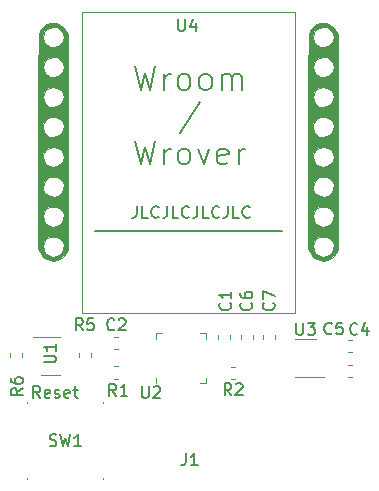
<source format=gbr>
%TF.GenerationSoftware,KiCad,Pcbnew,(5.1.6-0-10_14)*%
%TF.CreationDate,2020-08-20T18:16:30+02:00*%
%TF.ProjectId,USBCWrover,55534243-5772-46f7-9665-722e6b696361,rev?*%
%TF.SameCoordinates,Original*%
%TF.FileFunction,Legend,Top*%
%TF.FilePolarity,Positive*%
%FSLAX46Y46*%
G04 Gerber Fmt 4.6, Leading zero omitted, Abs format (unit mm)*
G04 Created by KiCad (PCBNEW (5.1.6-0-10_14)) date 2020-08-20 18:16:30*
%MOMM*%
%LPD*%
G01*
G04 APERTURE LIST*
%ADD10C,0.150000*%
%ADD11C,0.120000*%
%ADD12C,0.050000*%
%ADD13C,0.010000*%
G04 APERTURE END LIST*
D10*
X128428904Y-137231380D02*
X128095571Y-136755190D01*
X127857476Y-137231380D02*
X127857476Y-136231380D01*
X128238428Y-136231380D01*
X128333666Y-136279000D01*
X128381285Y-136326619D01*
X128428904Y-136421857D01*
X128428904Y-136564714D01*
X128381285Y-136659952D01*
X128333666Y-136707571D01*
X128238428Y-136755190D01*
X127857476Y-136755190D01*
X129238428Y-137183761D02*
X129143190Y-137231380D01*
X128952714Y-137231380D01*
X128857476Y-137183761D01*
X128809857Y-137088523D01*
X128809857Y-136707571D01*
X128857476Y-136612333D01*
X128952714Y-136564714D01*
X129143190Y-136564714D01*
X129238428Y-136612333D01*
X129286047Y-136707571D01*
X129286047Y-136802809D01*
X128809857Y-136898047D01*
X129667000Y-137183761D02*
X129762238Y-137231380D01*
X129952714Y-137231380D01*
X130047952Y-137183761D01*
X130095571Y-137088523D01*
X130095571Y-137040904D01*
X130047952Y-136945666D01*
X129952714Y-136898047D01*
X129809857Y-136898047D01*
X129714619Y-136850428D01*
X129667000Y-136755190D01*
X129667000Y-136707571D01*
X129714619Y-136612333D01*
X129809857Y-136564714D01*
X129952714Y-136564714D01*
X130047952Y-136612333D01*
X130905095Y-137183761D02*
X130809857Y-137231380D01*
X130619380Y-137231380D01*
X130524142Y-137183761D01*
X130476523Y-137088523D01*
X130476523Y-136707571D01*
X130524142Y-136612333D01*
X130619380Y-136564714D01*
X130809857Y-136564714D01*
X130905095Y-136612333D01*
X130952714Y-136707571D01*
X130952714Y-136802809D01*
X130476523Y-136898047D01*
X131238428Y-136564714D02*
X131619380Y-136564714D01*
X131381285Y-136231380D02*
X131381285Y-137088523D01*
X131428904Y-137183761D01*
X131524142Y-137231380D01*
X131619380Y-137231380D01*
X136477952Y-109165761D02*
X136954142Y-111165761D01*
X137335095Y-109737190D01*
X137716047Y-111165761D01*
X138192238Y-109165761D01*
X138954142Y-111165761D02*
X138954142Y-109832428D01*
X138954142Y-110213380D02*
X139049380Y-110022904D01*
X139144619Y-109927666D01*
X139335095Y-109832428D01*
X139525571Y-109832428D01*
X140477952Y-111165761D02*
X140287476Y-111070523D01*
X140192238Y-110975285D01*
X140097000Y-110784809D01*
X140097000Y-110213380D01*
X140192238Y-110022904D01*
X140287476Y-109927666D01*
X140477952Y-109832428D01*
X140763666Y-109832428D01*
X140954142Y-109927666D01*
X141049380Y-110022904D01*
X141144619Y-110213380D01*
X141144619Y-110784809D01*
X141049380Y-110975285D01*
X140954142Y-111070523D01*
X140763666Y-111165761D01*
X140477952Y-111165761D01*
X142287476Y-111165761D02*
X142097000Y-111070523D01*
X142001761Y-110975285D01*
X141906523Y-110784809D01*
X141906523Y-110213380D01*
X142001761Y-110022904D01*
X142097000Y-109927666D01*
X142287476Y-109832428D01*
X142573190Y-109832428D01*
X142763666Y-109927666D01*
X142858904Y-110022904D01*
X142954142Y-110213380D01*
X142954142Y-110784809D01*
X142858904Y-110975285D01*
X142763666Y-111070523D01*
X142573190Y-111165761D01*
X142287476Y-111165761D01*
X143811285Y-111165761D02*
X143811285Y-109832428D01*
X143811285Y-110022904D02*
X143906523Y-109927666D01*
X144097000Y-109832428D01*
X144382714Y-109832428D01*
X144573190Y-109927666D01*
X144668428Y-110118142D01*
X144668428Y-111165761D01*
X144668428Y-110118142D02*
X144763666Y-109927666D01*
X144954142Y-109832428D01*
X145239857Y-109832428D01*
X145430333Y-109927666D01*
X145525571Y-110118142D01*
X145525571Y-111165761D01*
X141954142Y-112220523D02*
X140239857Y-114791952D01*
X136477952Y-115465761D02*
X136954142Y-117465761D01*
X137335095Y-116037190D01*
X137716047Y-117465761D01*
X138192238Y-115465761D01*
X138954142Y-117465761D02*
X138954142Y-116132428D01*
X138954142Y-116513380D02*
X139049380Y-116322904D01*
X139144619Y-116227666D01*
X139335095Y-116132428D01*
X139525571Y-116132428D01*
X140477952Y-117465761D02*
X140287476Y-117370523D01*
X140192238Y-117275285D01*
X140097000Y-117084809D01*
X140097000Y-116513380D01*
X140192238Y-116322904D01*
X140287476Y-116227666D01*
X140477952Y-116132428D01*
X140763666Y-116132428D01*
X140954142Y-116227666D01*
X141049380Y-116322904D01*
X141144619Y-116513380D01*
X141144619Y-117084809D01*
X141049380Y-117275285D01*
X140954142Y-117370523D01*
X140763666Y-117465761D01*
X140477952Y-117465761D01*
X141811285Y-116132428D02*
X142287476Y-117465761D01*
X142763666Y-116132428D01*
X144287476Y-117370523D02*
X144097000Y-117465761D01*
X143716047Y-117465761D01*
X143525571Y-117370523D01*
X143430333Y-117180047D01*
X143430333Y-116418142D01*
X143525571Y-116227666D01*
X143716047Y-116132428D01*
X144097000Y-116132428D01*
X144287476Y-116227666D01*
X144382714Y-116418142D01*
X144382714Y-116608619D01*
X143430333Y-116799095D01*
X145239857Y-117465761D02*
X145239857Y-116132428D01*
X145239857Y-116513380D02*
X145335095Y-116322904D01*
X145430333Y-116227666D01*
X145620809Y-116132428D01*
X145811285Y-116132428D01*
X136604952Y-120991380D02*
X136604952Y-121705666D01*
X136557333Y-121848523D01*
X136462095Y-121943761D01*
X136319238Y-121991380D01*
X136224000Y-121991380D01*
X137557333Y-121991380D02*
X137081142Y-121991380D01*
X137081142Y-120991380D01*
X138462095Y-121896142D02*
X138414476Y-121943761D01*
X138271619Y-121991380D01*
X138176380Y-121991380D01*
X138033523Y-121943761D01*
X137938285Y-121848523D01*
X137890666Y-121753285D01*
X137843047Y-121562809D01*
X137843047Y-121419952D01*
X137890666Y-121229476D01*
X137938285Y-121134238D01*
X138033523Y-121039000D01*
X138176380Y-120991380D01*
X138271619Y-120991380D01*
X138414476Y-121039000D01*
X138462095Y-121086619D01*
X139176380Y-120991380D02*
X139176380Y-121705666D01*
X139128761Y-121848523D01*
X139033523Y-121943761D01*
X138890666Y-121991380D01*
X138795428Y-121991380D01*
X140128761Y-121991380D02*
X139652571Y-121991380D01*
X139652571Y-120991380D01*
X141033523Y-121896142D02*
X140985904Y-121943761D01*
X140843047Y-121991380D01*
X140747809Y-121991380D01*
X140604952Y-121943761D01*
X140509714Y-121848523D01*
X140462095Y-121753285D01*
X140414476Y-121562809D01*
X140414476Y-121419952D01*
X140462095Y-121229476D01*
X140509714Y-121134238D01*
X140604952Y-121039000D01*
X140747809Y-120991380D01*
X140843047Y-120991380D01*
X140985904Y-121039000D01*
X141033523Y-121086619D01*
X141747809Y-120991380D02*
X141747809Y-121705666D01*
X141700190Y-121848523D01*
X141604952Y-121943761D01*
X141462095Y-121991380D01*
X141366857Y-121991380D01*
X142700190Y-121991380D02*
X142224000Y-121991380D01*
X142224000Y-120991380D01*
X143604952Y-121896142D02*
X143557333Y-121943761D01*
X143414476Y-121991380D01*
X143319238Y-121991380D01*
X143176380Y-121943761D01*
X143081142Y-121848523D01*
X143033523Y-121753285D01*
X142985904Y-121562809D01*
X142985904Y-121419952D01*
X143033523Y-121229476D01*
X143081142Y-121134238D01*
X143176380Y-121039000D01*
X143319238Y-120991380D01*
X143414476Y-120991380D01*
X143557333Y-121039000D01*
X143604952Y-121086619D01*
X144319238Y-120991380D02*
X144319238Y-121705666D01*
X144271619Y-121848523D01*
X144176380Y-121943761D01*
X144033523Y-121991380D01*
X143938285Y-121991380D01*
X145271619Y-121991380D02*
X144795428Y-121991380D01*
X144795428Y-120991380D01*
X146176380Y-121896142D02*
X146128761Y-121943761D01*
X145985904Y-121991380D01*
X145890666Y-121991380D01*
X145747809Y-121943761D01*
X145652571Y-121848523D01*
X145604952Y-121753285D01*
X145557333Y-121562809D01*
X145557333Y-121419952D01*
X145604952Y-121229476D01*
X145652571Y-121134238D01*
X145747809Y-121039000D01*
X145890666Y-120991380D01*
X145985904Y-120991380D01*
X146128761Y-121039000D01*
X146176380Y-121086619D01*
X133096000Y-123126500D02*
X148907500Y-123126500D01*
D11*
%TO.C,SW1*%
X133786000Y-137613000D02*
X133786000Y-137643000D01*
X133786000Y-144073000D02*
X133786000Y-144043000D01*
X127326000Y-144073000D02*
X127326000Y-144043000D01*
X127326000Y-137643000D02*
X127326000Y-137613000D01*
D12*
%TO.C,U4*%
X149982400Y-130059600D02*
X131982400Y-130059600D01*
X149982400Y-104529600D02*
X149982400Y-130059600D01*
X131982400Y-104529600D02*
X149982400Y-104529600D01*
X131982400Y-130059600D02*
X131982400Y-104529600D01*
D13*
%TO.C,G\u002A\u002A\u002A*%
G36*
X129771348Y-105533416D02*
G01*
X130149769Y-105671667D01*
X130473009Y-105934395D01*
X130618107Y-106138480D01*
X130807214Y-106468333D01*
X130807214Y-124671667D01*
X130618107Y-125001519D01*
X130338225Y-125336417D01*
X129967190Y-125560588D01*
X129553201Y-125645249D01*
X129539999Y-125645333D01*
X129257962Y-125603311D01*
X128970513Y-125500884D01*
X128946012Y-125488353D01*
X128712454Y-125310353D01*
X128501770Y-125064955D01*
X128461892Y-125001519D01*
X128272785Y-124671667D01*
X128272740Y-124371742D01*
X128667334Y-124371742D01*
X128714171Y-124713682D01*
X128734421Y-124766413D01*
X128948233Y-125083467D01*
X129259829Y-125265671D01*
X129540000Y-125306667D01*
X129806178Y-125267292D01*
X130032863Y-125172201D01*
X130038104Y-125168601D01*
X130253487Y-124933009D01*
X130390829Y-124619175D01*
X130417437Y-124304844D01*
X130412925Y-124277294D01*
X130323240Y-124069399D01*
X130158956Y-123851598D01*
X130128773Y-123821270D01*
X129830207Y-123630973D01*
X129512986Y-123581048D01*
X129207600Y-123650829D01*
X128944537Y-123819649D01*
X128754285Y-124066842D01*
X128667334Y-124371742D01*
X128272740Y-124371742D01*
X128272351Y-121831742D01*
X128667334Y-121831742D01*
X128714171Y-122173682D01*
X128734421Y-122226413D01*
X128948233Y-122543467D01*
X129259829Y-122725671D01*
X129540000Y-122766667D01*
X129806178Y-122727292D01*
X130032863Y-122632201D01*
X130038104Y-122628601D01*
X130253487Y-122393009D01*
X130390829Y-122079175D01*
X130417437Y-121764844D01*
X130412925Y-121737294D01*
X130323240Y-121529399D01*
X130158956Y-121311598D01*
X130128773Y-121281270D01*
X129830207Y-121090973D01*
X129512986Y-121041048D01*
X129207600Y-121110829D01*
X128944537Y-121279649D01*
X128754285Y-121526842D01*
X128667334Y-121831742D01*
X128272351Y-121831742D01*
X128271976Y-119387549D01*
X128670242Y-119387549D01*
X128696492Y-119657161D01*
X128802260Y-119853201D01*
X128937123Y-119988208D01*
X129255166Y-120175032D01*
X129609515Y-120228365D01*
X129946391Y-120143303D01*
X130038104Y-120088601D01*
X130253487Y-119853009D01*
X130390829Y-119539175D01*
X130417437Y-119224844D01*
X130412925Y-119197294D01*
X130323240Y-118989399D01*
X130158956Y-118771598D01*
X130128773Y-118741270D01*
X129824739Y-118549329D01*
X129497253Y-118500082D01*
X129182202Y-118577628D01*
X128915475Y-118766064D01*
X128732958Y-119049488D01*
X128670242Y-119387549D01*
X128271976Y-119387549D01*
X128271585Y-116836490D01*
X128670242Y-116836490D01*
X128741078Y-117196175D01*
X128930549Y-117469348D01*
X129204101Y-117641657D01*
X129527181Y-117698748D01*
X129865233Y-117626267D01*
X130142876Y-117448208D01*
X130352751Y-117165240D01*
X130422706Y-116849105D01*
X130367403Y-116535751D01*
X130201508Y-116261128D01*
X129939685Y-116061187D01*
X129596597Y-115971875D01*
X129540000Y-115970242D01*
X129170126Y-116045185D01*
X128884406Y-116251604D01*
X128710567Y-116561885D01*
X128670242Y-116836490D01*
X128271585Y-116836490D01*
X128271392Y-115582795D01*
X128271355Y-114368985D01*
X128661731Y-114368985D01*
X128767759Y-114709070D01*
X128905117Y-114892789D01*
X129221106Y-115124045D01*
X129557283Y-115189686D01*
X129898661Y-115089740D01*
X130165378Y-114890632D01*
X130368528Y-114589482D01*
X130421151Y-114249957D01*
X130323071Y-113911588D01*
X130170705Y-113702850D01*
X129977213Y-113537896D01*
X129767198Y-113466098D01*
X129540000Y-113453333D01*
X129259439Y-113475921D01*
X129060541Y-113565896D01*
X128909294Y-113702850D01*
X128708956Y-114020438D01*
X128661731Y-114368985D01*
X128271355Y-114368985D01*
X128271347Y-114134815D01*
X128271775Y-112846571D01*
X128272770Y-111756650D01*
X128659597Y-111756650D01*
X128725104Y-112082782D01*
X128905117Y-112352789D01*
X129221106Y-112584045D01*
X129557283Y-112649686D01*
X129898661Y-112549740D01*
X130165378Y-112350632D01*
X130364930Y-112059240D01*
X130422370Y-111741272D01*
X130353137Y-111432214D01*
X130172669Y-111167549D01*
X129896407Y-110982761D01*
X129539999Y-110913333D01*
X129179916Y-110983828D01*
X128902694Y-111171597D01*
X128724024Y-111441063D01*
X128659597Y-111756650D01*
X128272770Y-111756650D01*
X128272814Y-111708464D01*
X128274605Y-110710898D01*
X128277285Y-109844276D01*
X128280363Y-109225815D01*
X128662175Y-109225815D01*
X128730411Y-109552305D01*
X128905117Y-109812789D01*
X129222167Y-110043017D01*
X129562166Y-110108858D01*
X129905998Y-110009949D01*
X130145457Y-109836278D01*
X130363421Y-109535427D01*
X130417123Y-109195490D01*
X130345578Y-108913587D01*
X130132474Y-108596979D01*
X129819875Y-108415809D01*
X129522496Y-108373333D01*
X129168931Y-108444977D01*
X128897187Y-108635423D01*
X128723018Y-108907945D01*
X128662175Y-109225815D01*
X128280363Y-109225815D01*
X128280995Y-109098999D01*
X128285873Y-108465471D01*
X128292059Y-107934094D01*
X128299692Y-107495270D01*
X128308911Y-107139402D01*
X128319855Y-106856893D01*
X128326850Y-106737433D01*
X128660619Y-106737433D01*
X128752837Y-107070212D01*
X128934542Y-107298952D01*
X129264340Y-107515862D01*
X129606154Y-107565335D01*
X129946918Y-107447401D01*
X130145457Y-107296278D01*
X130363421Y-106995427D01*
X130417123Y-106655490D01*
X130345578Y-106373587D01*
X130131766Y-106056533D01*
X129820170Y-105874328D01*
X129539999Y-105833333D01*
X129168046Y-105909117D01*
X128880822Y-106128506D01*
X128734421Y-106373587D01*
X128660619Y-106737433D01*
X128326850Y-106737433D01*
X128332664Y-106638145D01*
X128347478Y-106473561D01*
X128364434Y-106353544D01*
X128383672Y-106268495D01*
X128405332Y-106208818D01*
X128407438Y-106204295D01*
X128655790Y-105855081D01*
X128989278Y-105626168D01*
X129372824Y-105518598D01*
X129771348Y-105533416D01*
G37*
X129771348Y-105533416D02*
X130149769Y-105671667D01*
X130473009Y-105934395D01*
X130618107Y-106138480D01*
X130807214Y-106468333D01*
X130807214Y-124671667D01*
X130618107Y-125001519D01*
X130338225Y-125336417D01*
X129967190Y-125560588D01*
X129553201Y-125645249D01*
X129539999Y-125645333D01*
X129257962Y-125603311D01*
X128970513Y-125500884D01*
X128946012Y-125488353D01*
X128712454Y-125310353D01*
X128501770Y-125064955D01*
X128461892Y-125001519D01*
X128272785Y-124671667D01*
X128272740Y-124371742D01*
X128667334Y-124371742D01*
X128714171Y-124713682D01*
X128734421Y-124766413D01*
X128948233Y-125083467D01*
X129259829Y-125265671D01*
X129540000Y-125306667D01*
X129806178Y-125267292D01*
X130032863Y-125172201D01*
X130038104Y-125168601D01*
X130253487Y-124933009D01*
X130390829Y-124619175D01*
X130417437Y-124304844D01*
X130412925Y-124277294D01*
X130323240Y-124069399D01*
X130158956Y-123851598D01*
X130128773Y-123821270D01*
X129830207Y-123630973D01*
X129512986Y-123581048D01*
X129207600Y-123650829D01*
X128944537Y-123819649D01*
X128754285Y-124066842D01*
X128667334Y-124371742D01*
X128272740Y-124371742D01*
X128272351Y-121831742D01*
X128667334Y-121831742D01*
X128714171Y-122173682D01*
X128734421Y-122226413D01*
X128948233Y-122543467D01*
X129259829Y-122725671D01*
X129540000Y-122766667D01*
X129806178Y-122727292D01*
X130032863Y-122632201D01*
X130038104Y-122628601D01*
X130253487Y-122393009D01*
X130390829Y-122079175D01*
X130417437Y-121764844D01*
X130412925Y-121737294D01*
X130323240Y-121529399D01*
X130158956Y-121311598D01*
X130128773Y-121281270D01*
X129830207Y-121090973D01*
X129512986Y-121041048D01*
X129207600Y-121110829D01*
X128944537Y-121279649D01*
X128754285Y-121526842D01*
X128667334Y-121831742D01*
X128272351Y-121831742D01*
X128271976Y-119387549D01*
X128670242Y-119387549D01*
X128696492Y-119657161D01*
X128802260Y-119853201D01*
X128937123Y-119988208D01*
X129255166Y-120175032D01*
X129609515Y-120228365D01*
X129946391Y-120143303D01*
X130038104Y-120088601D01*
X130253487Y-119853009D01*
X130390829Y-119539175D01*
X130417437Y-119224844D01*
X130412925Y-119197294D01*
X130323240Y-118989399D01*
X130158956Y-118771598D01*
X130128773Y-118741270D01*
X129824739Y-118549329D01*
X129497253Y-118500082D01*
X129182202Y-118577628D01*
X128915475Y-118766064D01*
X128732958Y-119049488D01*
X128670242Y-119387549D01*
X128271976Y-119387549D01*
X128271585Y-116836490D01*
X128670242Y-116836490D01*
X128741078Y-117196175D01*
X128930549Y-117469348D01*
X129204101Y-117641657D01*
X129527181Y-117698748D01*
X129865233Y-117626267D01*
X130142876Y-117448208D01*
X130352751Y-117165240D01*
X130422706Y-116849105D01*
X130367403Y-116535751D01*
X130201508Y-116261128D01*
X129939685Y-116061187D01*
X129596597Y-115971875D01*
X129540000Y-115970242D01*
X129170126Y-116045185D01*
X128884406Y-116251604D01*
X128710567Y-116561885D01*
X128670242Y-116836490D01*
X128271585Y-116836490D01*
X128271392Y-115582795D01*
X128271355Y-114368985D01*
X128661731Y-114368985D01*
X128767759Y-114709070D01*
X128905117Y-114892789D01*
X129221106Y-115124045D01*
X129557283Y-115189686D01*
X129898661Y-115089740D01*
X130165378Y-114890632D01*
X130368528Y-114589482D01*
X130421151Y-114249957D01*
X130323071Y-113911588D01*
X130170705Y-113702850D01*
X129977213Y-113537896D01*
X129767198Y-113466098D01*
X129540000Y-113453333D01*
X129259439Y-113475921D01*
X129060541Y-113565896D01*
X128909294Y-113702850D01*
X128708956Y-114020438D01*
X128661731Y-114368985D01*
X128271355Y-114368985D01*
X128271347Y-114134815D01*
X128271775Y-112846571D01*
X128272770Y-111756650D01*
X128659597Y-111756650D01*
X128725104Y-112082782D01*
X128905117Y-112352789D01*
X129221106Y-112584045D01*
X129557283Y-112649686D01*
X129898661Y-112549740D01*
X130165378Y-112350632D01*
X130364930Y-112059240D01*
X130422370Y-111741272D01*
X130353137Y-111432214D01*
X130172669Y-111167549D01*
X129896407Y-110982761D01*
X129539999Y-110913333D01*
X129179916Y-110983828D01*
X128902694Y-111171597D01*
X128724024Y-111441063D01*
X128659597Y-111756650D01*
X128272770Y-111756650D01*
X128272814Y-111708464D01*
X128274605Y-110710898D01*
X128277285Y-109844276D01*
X128280363Y-109225815D01*
X128662175Y-109225815D01*
X128730411Y-109552305D01*
X128905117Y-109812789D01*
X129222167Y-110043017D01*
X129562166Y-110108858D01*
X129905998Y-110009949D01*
X130145457Y-109836278D01*
X130363421Y-109535427D01*
X130417123Y-109195490D01*
X130345578Y-108913587D01*
X130132474Y-108596979D01*
X129819875Y-108415809D01*
X129522496Y-108373333D01*
X129168931Y-108444977D01*
X128897187Y-108635423D01*
X128723018Y-108907945D01*
X128662175Y-109225815D01*
X128280363Y-109225815D01*
X128280995Y-109098999D01*
X128285873Y-108465471D01*
X128292059Y-107934094D01*
X128299692Y-107495270D01*
X128308911Y-107139402D01*
X128319855Y-106856893D01*
X128326850Y-106737433D01*
X128660619Y-106737433D01*
X128752837Y-107070212D01*
X128934542Y-107298952D01*
X129264340Y-107515862D01*
X129606154Y-107565335D01*
X129946918Y-107447401D01*
X130145457Y-107296278D01*
X130363421Y-106995427D01*
X130417123Y-106655490D01*
X130345578Y-106373587D01*
X130131766Y-106056533D01*
X129820170Y-105874328D01*
X129539999Y-105833333D01*
X129168046Y-105909117D01*
X128880822Y-106128506D01*
X128734421Y-106373587D01*
X128660619Y-106737433D01*
X128326850Y-106737433D01*
X128332664Y-106638145D01*
X128347478Y-106473561D01*
X128364434Y-106353544D01*
X128383672Y-106268495D01*
X128405332Y-106208818D01*
X128407438Y-106204295D01*
X128655790Y-105855081D01*
X128989278Y-105626168D01*
X129372824Y-105518598D01*
X129771348Y-105533416D01*
G36*
X152631348Y-105533416D02*
G01*
X153009769Y-105671667D01*
X153333009Y-105934395D01*
X153478107Y-106138480D01*
X153667214Y-106468333D01*
X153667214Y-124671667D01*
X153478107Y-125001519D01*
X153198225Y-125336417D01*
X152827190Y-125560588D01*
X152413201Y-125645249D01*
X152399999Y-125645333D01*
X152117962Y-125603311D01*
X151830513Y-125500884D01*
X151806012Y-125488353D01*
X151572454Y-125310353D01*
X151361770Y-125064955D01*
X151321892Y-125001519D01*
X151132785Y-124671667D01*
X151132740Y-124371742D01*
X151527334Y-124371742D01*
X151574171Y-124713682D01*
X151594421Y-124766413D01*
X151808233Y-125083467D01*
X152119829Y-125265671D01*
X152400000Y-125306667D01*
X152666178Y-125267292D01*
X152892863Y-125172201D01*
X152898104Y-125168601D01*
X153113487Y-124933009D01*
X153250829Y-124619175D01*
X153277437Y-124304844D01*
X153272925Y-124277294D01*
X153183240Y-124069399D01*
X153018956Y-123851598D01*
X152988773Y-123821270D01*
X152690207Y-123630973D01*
X152372986Y-123581048D01*
X152067600Y-123650829D01*
X151804537Y-123819649D01*
X151614285Y-124066842D01*
X151527334Y-124371742D01*
X151132740Y-124371742D01*
X151132351Y-121831742D01*
X151527334Y-121831742D01*
X151574171Y-122173682D01*
X151594421Y-122226413D01*
X151808233Y-122543467D01*
X152119829Y-122725671D01*
X152400000Y-122766667D01*
X152666178Y-122727292D01*
X152892863Y-122632201D01*
X152898104Y-122628601D01*
X153113487Y-122393009D01*
X153250829Y-122079175D01*
X153277437Y-121764844D01*
X153272925Y-121737294D01*
X153183240Y-121529399D01*
X153018956Y-121311598D01*
X152988773Y-121281270D01*
X152690207Y-121090973D01*
X152372986Y-121041048D01*
X152067600Y-121110829D01*
X151804537Y-121279649D01*
X151614285Y-121526842D01*
X151527334Y-121831742D01*
X151132351Y-121831742D01*
X151131976Y-119387549D01*
X151530242Y-119387549D01*
X151556492Y-119657161D01*
X151662260Y-119853201D01*
X151797123Y-119988208D01*
X152115166Y-120175032D01*
X152469515Y-120228365D01*
X152806391Y-120143303D01*
X152898104Y-120088601D01*
X153113487Y-119853009D01*
X153250829Y-119539175D01*
X153277437Y-119224844D01*
X153272925Y-119197294D01*
X153183240Y-118989399D01*
X153018956Y-118771598D01*
X152988773Y-118741270D01*
X152684739Y-118549329D01*
X152357253Y-118500082D01*
X152042202Y-118577628D01*
X151775475Y-118766064D01*
X151592958Y-119049488D01*
X151530242Y-119387549D01*
X151131976Y-119387549D01*
X151131585Y-116836490D01*
X151530242Y-116836490D01*
X151601078Y-117196175D01*
X151790549Y-117469348D01*
X152064101Y-117641657D01*
X152387181Y-117698748D01*
X152725233Y-117626267D01*
X153002876Y-117448208D01*
X153212751Y-117165240D01*
X153282706Y-116849105D01*
X153227403Y-116535751D01*
X153061508Y-116261128D01*
X152799685Y-116061187D01*
X152456597Y-115971875D01*
X152400000Y-115970242D01*
X152030126Y-116045185D01*
X151744406Y-116251604D01*
X151570567Y-116561885D01*
X151530242Y-116836490D01*
X151131585Y-116836490D01*
X151131392Y-115582795D01*
X151131355Y-114368985D01*
X151521731Y-114368985D01*
X151627759Y-114709070D01*
X151765117Y-114892789D01*
X152081106Y-115124045D01*
X152417283Y-115189686D01*
X152758661Y-115089740D01*
X153025378Y-114890632D01*
X153228528Y-114589482D01*
X153281151Y-114249957D01*
X153183071Y-113911588D01*
X153030705Y-113702850D01*
X152837213Y-113537896D01*
X152627198Y-113466098D01*
X152400000Y-113453333D01*
X152119439Y-113475921D01*
X151920541Y-113565896D01*
X151769294Y-113702850D01*
X151568956Y-114020438D01*
X151521731Y-114368985D01*
X151131355Y-114368985D01*
X151131347Y-114134815D01*
X151131775Y-112846571D01*
X151132770Y-111756650D01*
X151519597Y-111756650D01*
X151585104Y-112082782D01*
X151765117Y-112352789D01*
X152081106Y-112584045D01*
X152417283Y-112649686D01*
X152758661Y-112549740D01*
X153025378Y-112350632D01*
X153224930Y-112059240D01*
X153282370Y-111741272D01*
X153213137Y-111432214D01*
X153032669Y-111167549D01*
X152756407Y-110982761D01*
X152399999Y-110913333D01*
X152039916Y-110983828D01*
X151762694Y-111171597D01*
X151584024Y-111441063D01*
X151519597Y-111756650D01*
X151132770Y-111756650D01*
X151132814Y-111708464D01*
X151134605Y-110710898D01*
X151137285Y-109844276D01*
X151140363Y-109225815D01*
X151522175Y-109225815D01*
X151590411Y-109552305D01*
X151765117Y-109812789D01*
X152082167Y-110043017D01*
X152422166Y-110108858D01*
X152765998Y-110009949D01*
X153005457Y-109836278D01*
X153223421Y-109535427D01*
X153277123Y-109195490D01*
X153205578Y-108913587D01*
X152992474Y-108596979D01*
X152679875Y-108415809D01*
X152382496Y-108373333D01*
X152028931Y-108444977D01*
X151757187Y-108635423D01*
X151583018Y-108907945D01*
X151522175Y-109225815D01*
X151140363Y-109225815D01*
X151140995Y-109098999D01*
X151145873Y-108465471D01*
X151152059Y-107934094D01*
X151159692Y-107495270D01*
X151168911Y-107139402D01*
X151179855Y-106856893D01*
X151186850Y-106737433D01*
X151520619Y-106737433D01*
X151612837Y-107070212D01*
X151794542Y-107298952D01*
X152124340Y-107515862D01*
X152466154Y-107565335D01*
X152806918Y-107447401D01*
X153005457Y-107296278D01*
X153223421Y-106995427D01*
X153277123Y-106655490D01*
X153205578Y-106373587D01*
X152991766Y-106056533D01*
X152680170Y-105874328D01*
X152399999Y-105833333D01*
X152028046Y-105909117D01*
X151740822Y-106128506D01*
X151594421Y-106373587D01*
X151520619Y-106737433D01*
X151186850Y-106737433D01*
X151192664Y-106638145D01*
X151207478Y-106473561D01*
X151224434Y-106353544D01*
X151243672Y-106268495D01*
X151265332Y-106208818D01*
X151267438Y-106204295D01*
X151515790Y-105855081D01*
X151849278Y-105626168D01*
X152232824Y-105518598D01*
X152631348Y-105533416D01*
G37*
X152631348Y-105533416D02*
X153009769Y-105671667D01*
X153333009Y-105934395D01*
X153478107Y-106138480D01*
X153667214Y-106468333D01*
X153667214Y-124671667D01*
X153478107Y-125001519D01*
X153198225Y-125336417D01*
X152827190Y-125560588D01*
X152413201Y-125645249D01*
X152399999Y-125645333D01*
X152117962Y-125603311D01*
X151830513Y-125500884D01*
X151806012Y-125488353D01*
X151572454Y-125310353D01*
X151361770Y-125064955D01*
X151321892Y-125001519D01*
X151132785Y-124671667D01*
X151132740Y-124371742D01*
X151527334Y-124371742D01*
X151574171Y-124713682D01*
X151594421Y-124766413D01*
X151808233Y-125083467D01*
X152119829Y-125265671D01*
X152400000Y-125306667D01*
X152666178Y-125267292D01*
X152892863Y-125172201D01*
X152898104Y-125168601D01*
X153113487Y-124933009D01*
X153250829Y-124619175D01*
X153277437Y-124304844D01*
X153272925Y-124277294D01*
X153183240Y-124069399D01*
X153018956Y-123851598D01*
X152988773Y-123821270D01*
X152690207Y-123630973D01*
X152372986Y-123581048D01*
X152067600Y-123650829D01*
X151804537Y-123819649D01*
X151614285Y-124066842D01*
X151527334Y-124371742D01*
X151132740Y-124371742D01*
X151132351Y-121831742D01*
X151527334Y-121831742D01*
X151574171Y-122173682D01*
X151594421Y-122226413D01*
X151808233Y-122543467D01*
X152119829Y-122725671D01*
X152400000Y-122766667D01*
X152666178Y-122727292D01*
X152892863Y-122632201D01*
X152898104Y-122628601D01*
X153113487Y-122393009D01*
X153250829Y-122079175D01*
X153277437Y-121764844D01*
X153272925Y-121737294D01*
X153183240Y-121529399D01*
X153018956Y-121311598D01*
X152988773Y-121281270D01*
X152690207Y-121090973D01*
X152372986Y-121041048D01*
X152067600Y-121110829D01*
X151804537Y-121279649D01*
X151614285Y-121526842D01*
X151527334Y-121831742D01*
X151132351Y-121831742D01*
X151131976Y-119387549D01*
X151530242Y-119387549D01*
X151556492Y-119657161D01*
X151662260Y-119853201D01*
X151797123Y-119988208D01*
X152115166Y-120175032D01*
X152469515Y-120228365D01*
X152806391Y-120143303D01*
X152898104Y-120088601D01*
X153113487Y-119853009D01*
X153250829Y-119539175D01*
X153277437Y-119224844D01*
X153272925Y-119197294D01*
X153183240Y-118989399D01*
X153018956Y-118771598D01*
X152988773Y-118741270D01*
X152684739Y-118549329D01*
X152357253Y-118500082D01*
X152042202Y-118577628D01*
X151775475Y-118766064D01*
X151592958Y-119049488D01*
X151530242Y-119387549D01*
X151131976Y-119387549D01*
X151131585Y-116836490D01*
X151530242Y-116836490D01*
X151601078Y-117196175D01*
X151790549Y-117469348D01*
X152064101Y-117641657D01*
X152387181Y-117698748D01*
X152725233Y-117626267D01*
X153002876Y-117448208D01*
X153212751Y-117165240D01*
X153282706Y-116849105D01*
X153227403Y-116535751D01*
X153061508Y-116261128D01*
X152799685Y-116061187D01*
X152456597Y-115971875D01*
X152400000Y-115970242D01*
X152030126Y-116045185D01*
X151744406Y-116251604D01*
X151570567Y-116561885D01*
X151530242Y-116836490D01*
X151131585Y-116836490D01*
X151131392Y-115582795D01*
X151131355Y-114368985D01*
X151521731Y-114368985D01*
X151627759Y-114709070D01*
X151765117Y-114892789D01*
X152081106Y-115124045D01*
X152417283Y-115189686D01*
X152758661Y-115089740D01*
X153025378Y-114890632D01*
X153228528Y-114589482D01*
X153281151Y-114249957D01*
X153183071Y-113911588D01*
X153030705Y-113702850D01*
X152837213Y-113537896D01*
X152627198Y-113466098D01*
X152400000Y-113453333D01*
X152119439Y-113475921D01*
X151920541Y-113565896D01*
X151769294Y-113702850D01*
X151568956Y-114020438D01*
X151521731Y-114368985D01*
X151131355Y-114368985D01*
X151131347Y-114134815D01*
X151131775Y-112846571D01*
X151132770Y-111756650D01*
X151519597Y-111756650D01*
X151585104Y-112082782D01*
X151765117Y-112352789D01*
X152081106Y-112584045D01*
X152417283Y-112649686D01*
X152758661Y-112549740D01*
X153025378Y-112350632D01*
X153224930Y-112059240D01*
X153282370Y-111741272D01*
X153213137Y-111432214D01*
X153032669Y-111167549D01*
X152756407Y-110982761D01*
X152399999Y-110913333D01*
X152039916Y-110983828D01*
X151762694Y-111171597D01*
X151584024Y-111441063D01*
X151519597Y-111756650D01*
X151132770Y-111756650D01*
X151132814Y-111708464D01*
X151134605Y-110710898D01*
X151137285Y-109844276D01*
X151140363Y-109225815D01*
X151522175Y-109225815D01*
X151590411Y-109552305D01*
X151765117Y-109812789D01*
X152082167Y-110043017D01*
X152422166Y-110108858D01*
X152765998Y-110009949D01*
X153005457Y-109836278D01*
X153223421Y-109535427D01*
X153277123Y-109195490D01*
X153205578Y-108913587D01*
X152992474Y-108596979D01*
X152679875Y-108415809D01*
X152382496Y-108373333D01*
X152028931Y-108444977D01*
X151757187Y-108635423D01*
X151583018Y-108907945D01*
X151522175Y-109225815D01*
X151140363Y-109225815D01*
X151140995Y-109098999D01*
X151145873Y-108465471D01*
X151152059Y-107934094D01*
X151159692Y-107495270D01*
X151168911Y-107139402D01*
X151179855Y-106856893D01*
X151186850Y-106737433D01*
X151520619Y-106737433D01*
X151612837Y-107070212D01*
X151794542Y-107298952D01*
X152124340Y-107515862D01*
X152466154Y-107565335D01*
X152806918Y-107447401D01*
X153005457Y-107296278D01*
X153223421Y-106995427D01*
X153277123Y-106655490D01*
X153205578Y-106373587D01*
X152991766Y-106056533D01*
X152680170Y-105874328D01*
X152399999Y-105833333D01*
X152028046Y-105909117D01*
X151740822Y-106128506D01*
X151594421Y-106373587D01*
X151520619Y-106737433D01*
X151186850Y-106737433D01*
X151192664Y-106638145D01*
X151207478Y-106473561D01*
X151224434Y-106353544D01*
X151243672Y-106268495D01*
X151265332Y-106208818D01*
X151267438Y-106204295D01*
X151515790Y-105855081D01*
X151849278Y-105626168D01*
X152232824Y-105518598D01*
X152631348Y-105533416D01*
D11*
%TO.C,U3*%
X151776000Y-132248000D02*
X149976000Y-132248000D01*
X149976000Y-135468000D02*
X152426000Y-135468000D01*
%TO.C,R2*%
X144942779Y-135638000D02*
X144617221Y-135638000D01*
X144942779Y-134618000D02*
X144617221Y-134618000D01*
%TO.C,U1*%
X128503000Y-135265000D02*
X130103000Y-135265000D01*
X130103000Y-132065000D02*
X127803000Y-132065000D01*
%TO.C,U2*%
X138229000Y-132255500D02*
X138229000Y-131780500D01*
X138229000Y-131780500D02*
X138704000Y-131780500D01*
X142449000Y-135525500D02*
X142449000Y-136000500D01*
X142449000Y-136000500D02*
X141974000Y-136000500D01*
X142449000Y-132255500D02*
X142449000Y-131780500D01*
X142449000Y-131780500D02*
X141974000Y-131780500D01*
X138229000Y-135525500D02*
X138229000Y-136000500D01*
%TO.C,R6*%
X125855000Y-133766779D02*
X125855000Y-133441221D01*
X126875000Y-133766779D02*
X126875000Y-133441221D01*
%TO.C,R5*%
X131697000Y-133766779D02*
X131697000Y-133441221D01*
X132717000Y-133766779D02*
X132717000Y-133441221D01*
%TO.C,R1*%
X134711221Y-134583000D02*
X135036779Y-134583000D01*
X134711221Y-135603000D02*
X135036779Y-135603000D01*
%TO.C,C2*%
X135036779Y-133098000D02*
X134711221Y-133098000D01*
X135036779Y-132078000D02*
X134711221Y-132078000D01*
%TO.C,C1*%
X144528000Y-132242779D02*
X144528000Y-131917221D01*
X143508000Y-132242779D02*
X143508000Y-131917221D01*
%TO.C,C7*%
X147318000Y-132242779D02*
X147318000Y-131917221D01*
X148338000Y-132242779D02*
X148338000Y-131917221D01*
%TO.C,C6*%
X145413000Y-132242779D02*
X145413000Y-131917221D01*
X146433000Y-132242779D02*
X146433000Y-131917221D01*
%TO.C,C5*%
X154497721Y-132332000D02*
X154823279Y-132332000D01*
X154497721Y-133352000D02*
X154823279Y-133352000D01*
%TO.C,C4*%
X154523221Y-134491000D02*
X154848779Y-134491000D01*
X154523221Y-135511000D02*
X154848779Y-135511000D01*
%TO.C,SW1*%
D10*
X129222666Y-141273161D02*
X129365523Y-141320780D01*
X129603619Y-141320780D01*
X129698857Y-141273161D01*
X129746476Y-141225542D01*
X129794095Y-141130304D01*
X129794095Y-141035066D01*
X129746476Y-140939828D01*
X129698857Y-140892209D01*
X129603619Y-140844590D01*
X129413142Y-140796971D01*
X129317904Y-140749352D01*
X129270285Y-140701733D01*
X129222666Y-140606495D01*
X129222666Y-140511257D01*
X129270285Y-140416019D01*
X129317904Y-140368400D01*
X129413142Y-140320780D01*
X129651238Y-140320780D01*
X129794095Y-140368400D01*
X130127428Y-140320780D02*
X130365523Y-141320780D01*
X130556000Y-140606495D01*
X130746476Y-141320780D01*
X130984571Y-140320780D01*
X131889333Y-141320780D02*
X131317904Y-141320780D01*
X131603619Y-141320780D02*
X131603619Y-140320780D01*
X131508380Y-140463638D01*
X131413142Y-140558876D01*
X131317904Y-140606495D01*
%TO.C,J1*%
X140763666Y-141946380D02*
X140763666Y-142660666D01*
X140716047Y-142803523D01*
X140620809Y-142898761D01*
X140477952Y-142946380D01*
X140382714Y-142946380D01*
X141763666Y-142946380D02*
X141192238Y-142946380D01*
X141477952Y-142946380D02*
X141477952Y-141946380D01*
X141382714Y-142089238D01*
X141287476Y-142184476D01*
X141192238Y-142232095D01*
%TO.C,U4*%
X140120495Y-105181980D02*
X140120495Y-105991504D01*
X140168114Y-106086742D01*
X140215733Y-106134361D01*
X140310971Y-106181980D01*
X140501447Y-106181980D01*
X140596685Y-106134361D01*
X140644304Y-106086742D01*
X140691923Y-105991504D01*
X140691923Y-105181980D01*
X141596685Y-105515314D02*
X141596685Y-106181980D01*
X141358590Y-105134361D02*
X141120495Y-105848647D01*
X141739542Y-105848647D01*
%TO.C,U3*%
X150114095Y-130897380D02*
X150114095Y-131706904D01*
X150161714Y-131802142D01*
X150209333Y-131849761D01*
X150304571Y-131897380D01*
X150495047Y-131897380D01*
X150590285Y-131849761D01*
X150637904Y-131802142D01*
X150685523Y-131706904D01*
X150685523Y-130897380D01*
X151066476Y-130897380D02*
X151685523Y-130897380D01*
X151352190Y-131278333D01*
X151495047Y-131278333D01*
X151590285Y-131325952D01*
X151637904Y-131373571D01*
X151685523Y-131468809D01*
X151685523Y-131706904D01*
X151637904Y-131802142D01*
X151590285Y-131849761D01*
X151495047Y-131897380D01*
X151209333Y-131897380D01*
X151114095Y-131849761D01*
X151066476Y-131802142D01*
%TO.C,R2*%
X144613333Y-137010380D02*
X144280000Y-136534190D01*
X144041904Y-137010380D02*
X144041904Y-136010380D01*
X144422857Y-136010380D01*
X144518095Y-136058000D01*
X144565714Y-136105619D01*
X144613333Y-136200857D01*
X144613333Y-136343714D01*
X144565714Y-136438952D01*
X144518095Y-136486571D01*
X144422857Y-136534190D01*
X144041904Y-136534190D01*
X144994285Y-136105619D02*
X145041904Y-136058000D01*
X145137142Y-136010380D01*
X145375238Y-136010380D01*
X145470476Y-136058000D01*
X145518095Y-136105619D01*
X145565714Y-136200857D01*
X145565714Y-136296095D01*
X145518095Y-136438952D01*
X144946666Y-137010380D01*
X145565714Y-137010380D01*
%TO.C,U1*%
X128755380Y-134238904D02*
X129564904Y-134238904D01*
X129660142Y-134191285D01*
X129707761Y-134143666D01*
X129755380Y-134048428D01*
X129755380Y-133857952D01*
X129707761Y-133762714D01*
X129660142Y-133715095D01*
X129564904Y-133667476D01*
X128755380Y-133667476D01*
X129755380Y-132667476D02*
X129755380Y-133238904D01*
X129755380Y-132953190D02*
X128755380Y-132953190D01*
X128898238Y-133048428D01*
X128993476Y-133143666D01*
X129041095Y-133238904D01*
%TO.C,U2*%
X137033095Y-136231380D02*
X137033095Y-137040904D01*
X137080714Y-137136142D01*
X137128333Y-137183761D01*
X137223571Y-137231380D01*
X137414047Y-137231380D01*
X137509285Y-137183761D01*
X137556904Y-137136142D01*
X137604523Y-137040904D01*
X137604523Y-136231380D01*
X138033095Y-136326619D02*
X138080714Y-136279000D01*
X138175952Y-136231380D01*
X138414047Y-136231380D01*
X138509285Y-136279000D01*
X138556904Y-136326619D01*
X138604523Y-136421857D01*
X138604523Y-136517095D01*
X138556904Y-136659952D01*
X137985476Y-137231380D01*
X138604523Y-137231380D01*
%TO.C,R6*%
X126944380Y-136437666D02*
X126468190Y-136771000D01*
X126944380Y-137009095D02*
X125944380Y-137009095D01*
X125944380Y-136628142D01*
X125992000Y-136532904D01*
X126039619Y-136485285D01*
X126134857Y-136437666D01*
X126277714Y-136437666D01*
X126372952Y-136485285D01*
X126420571Y-136532904D01*
X126468190Y-136628142D01*
X126468190Y-137009095D01*
X125944380Y-135580523D02*
X125944380Y-135771000D01*
X125992000Y-135866238D01*
X126039619Y-135913857D01*
X126182476Y-136009095D01*
X126372952Y-136056714D01*
X126753904Y-136056714D01*
X126849142Y-136009095D01*
X126896761Y-135961476D01*
X126944380Y-135866238D01*
X126944380Y-135675761D01*
X126896761Y-135580523D01*
X126849142Y-135532904D01*
X126753904Y-135485285D01*
X126515809Y-135485285D01*
X126420571Y-135532904D01*
X126372952Y-135580523D01*
X126325333Y-135675761D01*
X126325333Y-135866238D01*
X126372952Y-135961476D01*
X126420571Y-136009095D01*
X126515809Y-136056714D01*
%TO.C,R5*%
X132040333Y-131516380D02*
X131707000Y-131040190D01*
X131468904Y-131516380D02*
X131468904Y-130516380D01*
X131849857Y-130516380D01*
X131945095Y-130564000D01*
X131992714Y-130611619D01*
X132040333Y-130706857D01*
X132040333Y-130849714D01*
X131992714Y-130944952D01*
X131945095Y-130992571D01*
X131849857Y-131040190D01*
X131468904Y-131040190D01*
X132945095Y-130516380D02*
X132468904Y-130516380D01*
X132421285Y-130992571D01*
X132468904Y-130944952D01*
X132564142Y-130897333D01*
X132802238Y-130897333D01*
X132897476Y-130944952D01*
X132945095Y-130992571D01*
X132992714Y-131087809D01*
X132992714Y-131325904D01*
X132945095Y-131421142D01*
X132897476Y-131468761D01*
X132802238Y-131516380D01*
X132564142Y-131516380D01*
X132468904Y-131468761D01*
X132421285Y-131421142D01*
%TO.C,R1*%
X134859833Y-137069380D02*
X134526500Y-136593190D01*
X134288404Y-137069380D02*
X134288404Y-136069380D01*
X134669357Y-136069380D01*
X134764595Y-136117000D01*
X134812214Y-136164619D01*
X134859833Y-136259857D01*
X134859833Y-136402714D01*
X134812214Y-136497952D01*
X134764595Y-136545571D01*
X134669357Y-136593190D01*
X134288404Y-136593190D01*
X135812214Y-137069380D02*
X135240785Y-137069380D01*
X135526500Y-137069380D02*
X135526500Y-136069380D01*
X135431261Y-136212238D01*
X135336023Y-136307476D01*
X135240785Y-136355095D01*
%TO.C,C2*%
X134707333Y-131421142D02*
X134659714Y-131468761D01*
X134516857Y-131516380D01*
X134421619Y-131516380D01*
X134278761Y-131468761D01*
X134183523Y-131373523D01*
X134135904Y-131278285D01*
X134088285Y-131087809D01*
X134088285Y-130944952D01*
X134135904Y-130754476D01*
X134183523Y-130659238D01*
X134278761Y-130564000D01*
X134421619Y-130516380D01*
X134516857Y-130516380D01*
X134659714Y-130564000D01*
X134707333Y-130611619D01*
X135088285Y-130611619D02*
X135135904Y-130564000D01*
X135231142Y-130516380D01*
X135469238Y-130516380D01*
X135564476Y-130564000D01*
X135612095Y-130611619D01*
X135659714Y-130706857D01*
X135659714Y-130802095D01*
X135612095Y-130944952D01*
X135040666Y-131516380D01*
X135659714Y-131516380D01*
%TO.C,C1*%
X144502142Y-129198666D02*
X144549761Y-129246285D01*
X144597380Y-129389142D01*
X144597380Y-129484380D01*
X144549761Y-129627238D01*
X144454523Y-129722476D01*
X144359285Y-129770095D01*
X144168809Y-129817714D01*
X144025952Y-129817714D01*
X143835476Y-129770095D01*
X143740238Y-129722476D01*
X143645000Y-129627238D01*
X143597380Y-129484380D01*
X143597380Y-129389142D01*
X143645000Y-129246285D01*
X143692619Y-129198666D01*
X144597380Y-128246285D02*
X144597380Y-128817714D01*
X144597380Y-128532000D02*
X143597380Y-128532000D01*
X143740238Y-128627238D01*
X143835476Y-128722476D01*
X143883095Y-128817714D01*
%TO.C,C7*%
X148185142Y-129198666D02*
X148232761Y-129246285D01*
X148280380Y-129389142D01*
X148280380Y-129484380D01*
X148232761Y-129627238D01*
X148137523Y-129722476D01*
X148042285Y-129770095D01*
X147851809Y-129817714D01*
X147708952Y-129817714D01*
X147518476Y-129770095D01*
X147423238Y-129722476D01*
X147328000Y-129627238D01*
X147280380Y-129484380D01*
X147280380Y-129389142D01*
X147328000Y-129246285D01*
X147375619Y-129198666D01*
X147280380Y-128865333D02*
X147280380Y-128198666D01*
X148280380Y-128627238D01*
%TO.C,C6*%
X146280142Y-129198666D02*
X146327761Y-129246285D01*
X146375380Y-129389142D01*
X146375380Y-129484380D01*
X146327761Y-129627238D01*
X146232523Y-129722476D01*
X146137285Y-129770095D01*
X145946809Y-129817714D01*
X145803952Y-129817714D01*
X145613476Y-129770095D01*
X145518238Y-129722476D01*
X145423000Y-129627238D01*
X145375380Y-129484380D01*
X145375380Y-129389142D01*
X145423000Y-129246285D01*
X145470619Y-129198666D01*
X145375380Y-128341523D02*
X145375380Y-128532000D01*
X145423000Y-128627238D01*
X145470619Y-128674857D01*
X145613476Y-128770095D01*
X145803952Y-128817714D01*
X146184904Y-128817714D01*
X146280142Y-128770095D01*
X146327761Y-128722476D01*
X146375380Y-128627238D01*
X146375380Y-128436761D01*
X146327761Y-128341523D01*
X146280142Y-128293904D01*
X146184904Y-128246285D01*
X145946809Y-128246285D01*
X145851571Y-128293904D01*
X145803952Y-128341523D01*
X145756333Y-128436761D01*
X145756333Y-128627238D01*
X145803952Y-128722476D01*
X145851571Y-128770095D01*
X145946809Y-128817714D01*
%TO.C,C5*%
X153122333Y-131769142D02*
X153074714Y-131816761D01*
X152931857Y-131864380D01*
X152836619Y-131864380D01*
X152693761Y-131816761D01*
X152598523Y-131721523D01*
X152550904Y-131626285D01*
X152503285Y-131435809D01*
X152503285Y-131292952D01*
X152550904Y-131102476D01*
X152598523Y-131007238D01*
X152693761Y-130912000D01*
X152836619Y-130864380D01*
X152931857Y-130864380D01*
X153074714Y-130912000D01*
X153122333Y-130959619D01*
X154027095Y-130864380D02*
X153550904Y-130864380D01*
X153503285Y-131340571D01*
X153550904Y-131292952D01*
X153646142Y-131245333D01*
X153884238Y-131245333D01*
X153979476Y-131292952D01*
X154027095Y-131340571D01*
X154074714Y-131435809D01*
X154074714Y-131673904D01*
X154027095Y-131769142D01*
X153979476Y-131816761D01*
X153884238Y-131864380D01*
X153646142Y-131864380D01*
X153550904Y-131816761D01*
X153503285Y-131769142D01*
%TO.C,C4*%
X155281333Y-131802142D02*
X155233714Y-131849761D01*
X155090857Y-131897380D01*
X154995619Y-131897380D01*
X154852761Y-131849761D01*
X154757523Y-131754523D01*
X154709904Y-131659285D01*
X154662285Y-131468809D01*
X154662285Y-131325952D01*
X154709904Y-131135476D01*
X154757523Y-131040238D01*
X154852761Y-130945000D01*
X154995619Y-130897380D01*
X155090857Y-130897380D01*
X155233714Y-130945000D01*
X155281333Y-130992619D01*
X156138476Y-131230714D02*
X156138476Y-131897380D01*
X155900380Y-130849761D02*
X155662285Y-131564047D01*
X156281333Y-131564047D01*
%TD*%
M02*

</source>
